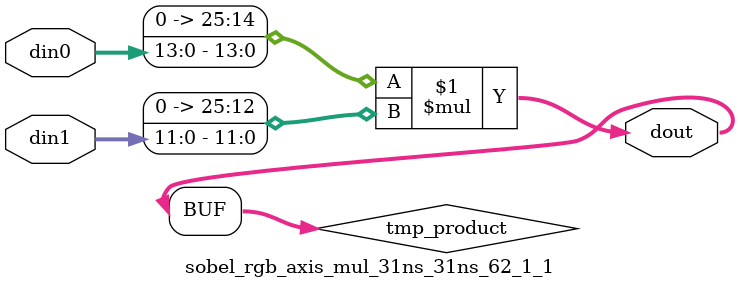
<source format=v>

`timescale 1 ns / 1 ps

 module sobel_rgb_axis_mul_31ns_31ns_62_1_1(din0, din1, dout);
parameter ID = 1;
parameter NUM_STAGE = 0;
parameter din0_WIDTH = 14;
parameter din1_WIDTH = 12;
parameter dout_WIDTH = 26;

input [din0_WIDTH - 1 : 0] din0; 
input [din1_WIDTH - 1 : 0] din1; 
output [dout_WIDTH - 1 : 0] dout;

wire signed [dout_WIDTH - 1 : 0] tmp_product;
























assign tmp_product = $signed({1'b0, din0}) * $signed({1'b0, din1});











assign dout = tmp_product;





















endmodule

</source>
